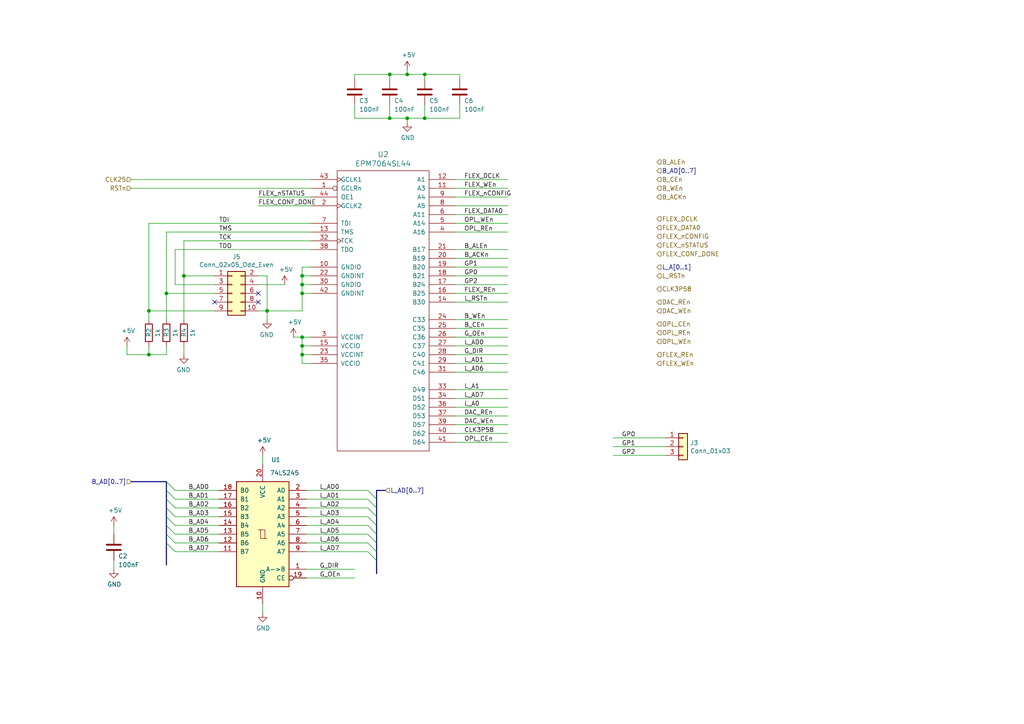
<source format=kicad_sch>
(kicad_sch (version 20211123) (generator eeschema)
  (paper "A4")
  (title_block (title "https://github.com/Lougous/b68k-av"))
  (lib_symbols
    (symbol "74xx:74LS245" (pin_names (offset 1.016))
      (property "Reference" "U" (at -7.62 16.51 0))
      (property "Value" "74LS245" (at -7.62 -16.51 0))
      (symbol "74LS245_1_0"
        (polyline (pts (xy -0.635 -1.27) (xy -0.635 1.27) (xy 0.635 1.27)))
        (polyline (pts (xy -1.27 -1.27) (xy 0.635 -1.27) (xy 0.635 1.27) (xy 1.27 1.27)))
        (pin input line (at -12.7 -10.16 0) (length 5.08) (name "A->B") (number "1"))
        (pin power_in line (at 0 -20.32 90) (length 5.08) (name "GND") (number "10"))
        (pin tri_state line (at 12.7 -5.08 180) (length 5.08) (name "B7") (number "11"))
        (pin tri_state line (at 12.7 -2.54 180) (length 5.08) (name "B6") (number "12"))
        (pin tri_state line (at 12.7 0 180) (length 5.08) (name "B5") (number "13"))
        (pin tri_state line (at 12.7 2.54 180) (length 5.08) (name "B4") (number "14"))
        (pin tri_state line (at 12.7 5.08 180) (length 5.08) (name "B3") (number "15"))
        (pin tri_state line (at 12.7 7.62 180) (length 5.08) (name "B2") (number "16"))
        (pin tri_state line (at 12.7 10.16 180) (length 5.08) (name "B1") (number "17"))
        (pin tri_state line (at 12.7 12.7 180) (length 5.08) (name "B0") (number "18"))
        (pin input inverted (at -12.7 -12.7 0) (length 5.08) (name "CE") (number "19"))
        (pin tri_state line (at -12.7 12.7 0) (length 5.08) (name "A0") (number "2"))
        (pin power_in line (at 0 20.32 270) (length 5.08) (name "VCC") (number "20"))
        (pin tri_state line (at -12.7 10.16 0) (length 5.08) (name "A1") (number "3"))
        (pin tri_state line (at -12.7 7.62 0) (length 5.08) (name "A2") (number "4"))
        (pin tri_state line (at -12.7 5.08 0) (length 5.08) (name "A3") (number "5"))
        (pin tri_state line (at -12.7 2.54 0) (length 5.08) (name "A4") (number "6"))
        (pin tri_state line (at -12.7 0 0) (length 5.08) (name "A5") (number "7"))
        (pin tri_state line (at -12.7 -2.54 0) (length 5.08) (name "A6") (number "8"))
        (pin tri_state line (at -12.7 -5.08 0) (length 5.08) (name "A7") (number "9"))
      )
      (symbol "74LS245_1_1"
        (rectangle (start -7.62 15.24) (end 7.62 -15.24) (stroke (width 0.254)) (fill (type background)))
      )
    )
    (symbol "Connector_Generic:Conn_01x03" (pin_names (offset 1.016) hide)
      (property "Reference" "J" (at 0 5.08 0))
      (property "Value" "Conn_01x03" (at 0 -5.08 0))
      (symbol "Conn_01x03_1_1"
        (rectangle (start -1.27 -2.413) (end 0 -2.667) (stroke (width 0.1524)))
        (rectangle (start -1.27 0.127) (end 0 -0.127) (stroke (width 0.1524)))
        (rectangle (start -1.27 2.667) (end 0 2.413) (stroke (width 0.1524)))
        (rectangle (start -1.27 3.81) (end 1.27 -3.81) (stroke (width 0.254)) (fill (type background)))
        (pin passive line (at -5.08 2.54 0) (length 3.81) (name "Pin_1") (number "1"))
        (pin passive line (at -5.08 0 0) (length 3.81) (name "Pin_2") (number "2"))
        (pin passive line (at -5.08 -2.54 0) (length 3.81) (name "Pin_3") (number "3"))
      )
    )
    (symbol "Connector_Generic:Conn_02x05_Odd_Even" (pin_names (offset 1.016) hide)
      (property "Reference" "J" (at 1.27 7.62 0))
      (property "Value" "Conn_02x05_Odd_Even" (at 1.27 -7.62 0))
      (symbol "Conn_02x05_Odd_Even_1_1"
        (rectangle (start -1.27 -4.953) (end 0 -5.207) (stroke (width 0.1524)))
        (rectangle (start -1.27 -2.413) (end 0 -2.667) (stroke (width 0.1524)))
        (rectangle (start -1.27 0.127) (end 0 -0.127) (stroke (width 0.1524)))
        (rectangle (start -1.27 2.667) (end 0 2.413) (stroke (width 0.1524)))
        (rectangle (start -1.27 5.207) (end 0 4.953) (stroke (width 0.1524)))
        (rectangle (start -1.27 6.35) (end 3.81 -6.35) (stroke (width 0.254)) (fill (type background)))
        (rectangle (start 3.81 -4.953) (end 2.54 -5.207) (stroke (width 0.1524)))
        (rectangle (start 3.81 -2.413) (end 2.54 -2.667) (stroke (width 0.1524)))
        (rectangle (start 3.81 0.127) (end 2.54 -0.127) (stroke (width 0.1524)))
        (rectangle (start 3.81 2.667) (end 2.54 2.413) (stroke (width 0.1524)))
        (rectangle (start 3.81 5.207) (end 2.54 4.953) (stroke (width 0.1524)))
        (pin passive line (at -5.08 5.08 0) (length 3.81) (name "Pin_1") (number "1"))
        (pin passive line (at 7.62 -5.08 180) (length 3.81) (name "Pin_10") (number "10"))
        (pin passive line (at 7.62 5.08 180) (length 3.81) (name "Pin_2") (number "2"))
        (pin passive line (at -5.08 2.54 0) (length 3.81) (name "Pin_3") (number "3"))
        (pin passive line (at 7.62 2.54 180) (length 3.81) (name "Pin_4") (number "4"))
        (pin passive line (at -5.08 0 0) (length 3.81) (name "Pin_5") (number "5"))
        (pin passive line (at 7.62 0 180) (length 3.81) (name "Pin_6") (number "6"))
        (pin passive line (at -5.08 -2.54 0) (length 3.81) (name "Pin_7") (number "7"))
        (pin passive line (at 7.62 -2.54 180) (length 3.81) (name "Pin_8") (number "8"))
        (pin passive line (at -5.08 -5.08 0) (length 3.81) (name "Pin_9") (number "9"))
      )
    )
    (symbol "Device:C" (pin_numbers hide) (pin_names (offset 0.254))
      (property "Reference" "C" (at 0.635 2.54 0))
      (property "Value" "C" (at 0.635 -2.54 0))
      (symbol "C_0_1"
        (polyline (pts (xy -2.032 -0.762) (xy 2.032 -0.762)) (stroke (width 0.508)))
        (polyline (pts (xy -2.032 0.762) (xy 2.032 0.762)) (stroke (width 0.508)))
      )
      (symbol "C_1_1"
        (pin passive line (at 0 3.81 270) (length 2.794) (name "~") (number "1"))
        (pin passive line (at 0 -3.81 90) (length 2.794) (name "~") (number "2"))
      )
    )
    (symbol "Device:R" (pin_numbers hide) (pin_names (offset 0))
      (property "Reference" "R" (at 2.032 0 90))
      (property "Value" "R" (at 0 0 90))
      (symbol "R_0_1"
        (rectangle (start -1.016 -2.54) (end 1.016 2.54) (stroke (width 0.254)))
      )
      (symbol "R_1_1"
        (pin passive line (at 0 3.81 270) (length 1.27) (name "~") (number "1"))
        (pin passive line (at 0 -3.81 90) (length 1.27) (name "~") (number "2"))
      )
    )
    (symbol "av-rescue:EPM7064SL44-altera_max" (pin_names (offset 1.016))
      (property "Reference" "U" (at -7.62 2.54 0))
      (property "Value" "EPM7064SL44-altera_max" (at -1.27 5.08 0))
      (symbol "EPM7064SL44-altera_max_0_1"
        (rectangle (start -13.97 0) (end 12.7 -81.28))
      )
      (symbol "EPM7064SL44-altera_max_1_1"
        (pin input inverted (at -21.59 -5.08 0) (length 7.62) (name "GCLRn") (number "1"))
        (pin power_in line (at -21.59 -27.94 0) (length 7.62) (name "GNDIO") (number "10"))
        (pin bidirectional line (at 20.32 -5.08 180) (length 7.62) (name "A3") (number "11"))
        (pin bidirectional line (at 20.32 -2.54 180) (length 7.62) (name "A1") (number "12"))
        (pin input line (at -21.59 -17.78 0) (length 7.62) (name "TMS") (number "13"))
        (pin bidirectional line (at 20.32 -38.1 180) (length 7.62) (name "B30") (number "14"))
        (pin power_in line (at -21.59 -50.8 0) (length 7.62) (name "VCCIO") (number "15"))
        (pin bidirectional line (at 20.32 -35.56 180) (length 7.62) (name "B25") (number "16"))
        (pin bidirectional line (at 20.32 -33.02 180) (length 7.62) (name "B24") (number "17"))
        (pin bidirectional line (at 20.32 -30.48 180) (length 7.62) (name "B21") (number "18"))
        (pin bidirectional line (at 20.32 -27.94 180) (length 7.62) (name "B20") (number "19"))
        (pin input clock (at -21.59 -10.16 0) (length 7.62) (name "GCLK2") (number "2"))
        (pin bidirectional line (at 20.32 -25.4 180) (length 7.62) (name "B19") (number "20"))
        (pin bidirectional line (at 20.32 -22.86 180) (length 7.62) (name "B17") (number "21"))
        (pin power_in line (at -21.59 -30.48 0) (length 7.62) (name "GNDINT") (number "22"))
        (pin power_in line (at -21.59 -53.34 0) (length 7.62) (name "VCCINT") (number "23"))
        (pin bidirectional line (at 20.32 -43.18 180) (length 7.62) (name "C33") (number "24"))
        (pin bidirectional line (at 20.32 -45.72 180) (length 7.62) (name "C35") (number "25"))
        (pin bidirectional line (at 20.32 -48.26 180) (length 7.62) (name "C36") (number "26"))
        (pin bidirectional line (at 20.32 -50.8 180) (length 7.62) (name "C37") (number "27"))
        (pin bidirectional line (at 20.32 -53.34 180) (length 7.62) (name "C40") (number "28"))
        (pin bidirectional line (at 20.32 -55.88 180) (length 7.62) (name "C41") (number "29"))
        (pin power_in line (at -21.59 -48.26 0) (length 7.62) (name "VCCINT") (number "3"))
        (pin power_in line (at -21.59 -33.02 0) (length 7.62) (name "GNDIO") (number "30"))
        (pin bidirectional line (at 20.32 -58.42 180) (length 7.62) (name "C46") (number "31"))
        (pin input clock (at -21.59 -20.32 0) (length 7.62) (name "TCK") (number "32"))
        (pin bidirectional line (at 20.32 -63.5 180) (length 7.62) (name "D49") (number "33"))
        (pin bidirectional line (at 20.32 -66.04 180) (length 7.62) (name "D51") (number "34"))
        (pin power_in line (at -21.59 -55.88 0) (length 7.62) (name "VCCIO") (number "35"))
        (pin power_in line (at 20.32 -68.58 180) (length 7.62) (name "D52") (number "36"))
        (pin bidirectional line (at 20.32 -71.12 180) (length 7.62) (name "D53") (number "37"))
        (pin output line (at -21.59 -22.86 0) (length 7.62) (name "TDO") (number "38"))
        (pin bidirectional line (at 20.32 -73.66 180) (length 7.62) (name "D57") (number "39"))
        (pin bidirectional line (at 20.32 -17.78 180) (length 7.62) (name "A16") (number "4"))
        (pin bidirectional line (at 20.32 -76.2 180) (length 7.62) (name "D62") (number "40"))
        (pin bidirectional line (at 20.32 -78.74 180) (length 7.62) (name "D64") (number "41"))
        (pin power_in line (at -21.59 -35.56 0) (length 7.62) (name "GNDINT") (number "42"))
        (pin input clock (at -21.59 -2.54 0) (length 7.62) (name "GCLK1") (number "43"))
        (pin input line (at -21.59 -7.62 0) (length 7.62) (name "OE1") (number "44"))
        (pin bidirectional line (at 20.32 -15.24 180) (length 7.62) (name "A14") (number "5"))
        (pin bidirectional line (at 20.32 -12.7 180) (length 7.62) (name "A11") (number "6"))
        (pin input line (at -21.59 -15.24 0) (length 7.62) (name "TDI") (number "7"))
        (pin bidirectional line (at 20.32 -10.16 180) (length 7.62) (name "A5") (number "8"))
        (pin bidirectional line (at 20.32 -7.62 180) (length 7.62) (name "A4") (number "9"))
      )
    )
    (symbol "power:+5V" (power) (pin_names (offset 0))
      (property "Value" "+5V" (at 0 3.556 0))
      (symbol "+5V_0_1"
        (polyline (pts (xy -0.762 1.27) (xy 0 2.54)))
        (polyline (pts (xy 0 0) (xy 0 2.54)))
        (polyline (pts (xy 0 2.54) (xy 0.762 1.27)))
      )
      (symbol "+5V_1_1"
        (pin power_in line (at 0 0 90) (length 0) hide (name "+5V") (number "1"))
      )
    )
    (symbol "power:GND" (power) (pin_names (offset 0))
      (property "Value" "GND" (at 0 -3.81 0))
      (symbol "GND_0_1"
        (polyline (pts (xy 0 0) (xy 0 -1.27) (xy 1.27 -1.27) (xy 0 -2.54) (xy -1.27 -1.27) (xy 0 -1.27)))
      )
      (symbol "GND_1_1"
        (pin power_in line (at 0 0 270) (length 0) hide (name "GND") (number "1"))
      )
    )
  )
  (junction (at 113.03 34.29))
  (junction (at 118.11 34.29))
  (junction (at 123.19 21.59))
  (junction (at 77.47 90.17))
  (junction (at 43.18 102.87))
  (junction (at 53.34 80.01))
  (junction (at 87.63 97.79))
  (junction (at 87.63 80.01))
  (junction (at 43.18 90.17))
  (junction (at 87.63 82.55))
  (junction (at 87.63 100.33))
  (junction (at 123.19 34.29))
  (junction (at 48.26 85.09))
  (junction (at 87.63 85.09))
  (junction (at 118.11 21.59))
  (junction (at 87.63 102.87))
  (junction (at 113.03 21.59))
  (no_connect (at 74.93 87.63))
  (no_connect (at 74.93 85.09))
  (no_connect (at 62.23 87.63))
  (bus_entry (at 106.68 154.94) (size 2.54 2.54))
  (bus_entry (at 48.26 142.24) (size 2.54 2.54))
  (bus_entry (at 106.68 160.02) (size 2.54 2.54))
  (bus_entry (at 106.68 142.24) (size 2.54 2.54))
  (bus_entry (at 106.68 149.86) (size 2.54 2.54))
  (bus_entry (at 48.26 144.78) (size 2.54 2.54))
  (bus_entry (at 106.68 157.48) (size 2.54 2.54))
  (bus_entry (at 106.68 147.32) (size 2.54 2.54))
  (bus_entry (at 48.26 154.94) (size 2.54 2.54))
  (bus_entry (at 48.26 139.7) (size 2.54 2.54))
  (bus_entry (at 106.68 152.4) (size 2.54 2.54))
  (bus_entry (at 48.26 147.32) (size 2.54 2.54))
  (bus_entry (at 48.26 149.86) (size 2.54 2.54))
  (bus_entry (at 48.26 152.4) (size 2.54 2.54))
  (bus_entry (at 106.68 144.78) (size 2.54 2.54))
  (bus_entry (at 48.26 157.48) (size 2.54 2.54))
  (wire (pts (xy 50.8 147.32) (xy 63.5 147.32)))
  (wire (pts (xy 43.18 90.17) (xy 62.23 90.17)))
  (wire (pts (xy 50.8 154.94) (xy 63.5 154.94)))
  (bus (pts (xy 109.22 160.02) (xy 109.22 162.56)))
  (wire (pts (xy 193.04 132.08) (xy 177.8 132.08)))
  (wire (pts (xy 147.32 74.93) (xy 132.08 74.93)))
  (wire (pts (xy 53.34 92.71) (xy 53.34 80.01)))
  (wire (pts (xy 87.63 77.47) (xy 90.17 77.47)))
  (wire (pts (xy 147.32 64.77) (xy 132.08 64.77)))
  (wire (pts (xy 132.08 107.95) (xy 147.32 107.95)))
  (wire (pts (xy 50.8 152.4) (xy 63.5 152.4)))
  (bus (pts (xy 48.26 142.24) (xy 48.26 144.78)))
  (wire (pts (xy 50.8 160.02) (xy 63.5 160.02)))
  (wire (pts (xy 87.63 82.55) (xy 87.63 85.09)))
  (wire (pts (xy 147.32 57.15) (xy 132.08 57.15)))
  (wire (pts (xy 88.9 160.02) (xy 106.68 160.02)))
  (wire (pts (xy 48.26 102.87) (xy 43.18 102.87)))
  (wire (pts (xy 123.19 21.59) (xy 123.19 22.86)))
  (bus (pts (xy 109.22 147.32) (xy 109.22 149.86)))
  (wire (pts (xy 90.17 100.33) (xy 87.63 100.33)))
  (bus (pts (xy 48.26 147.32) (xy 48.26 149.86)))
  (wire (pts (xy 43.18 64.77) (xy 90.17 64.77)))
  (wire (pts (xy 50.8 82.55) (xy 50.8 72.39)))
  (wire (pts (xy 113.03 21.59) (xy 118.11 21.59)))
  (wire (pts (xy 77.47 90.17) (xy 74.93 90.17)))
  (wire (pts (xy 113.03 34.29) (xy 118.11 34.29)))
  (wire (pts (xy 123.19 34.29) (xy 123.19 30.48)))
  (wire (pts (xy 87.63 105.41) (xy 90.17 105.41)))
  (wire (pts (xy 87.63 100.33) (xy 87.63 102.87)))
  (wire (pts (xy 48.26 67.31) (xy 90.17 67.31)))
  (wire (pts (xy 87.63 82.55) (xy 87.63 80.01)))
  (wire (pts (xy 193.04 129.54) (xy 177.8 129.54)))
  (wire (pts (xy 147.32 105.41) (xy 132.08 105.41)))
  (wire (pts (xy 147.32 92.71) (xy 132.08 92.71)))
  (wire (pts (xy 50.8 149.86) (xy 63.5 149.86)))
  (wire (pts (xy 77.47 80.01) (xy 74.93 80.01)))
  (wire (pts (xy 87.63 82.55) (xy 90.17 82.55)))
  (bus (pts (xy 48.26 154.94) (xy 48.26 157.48)))
  (wire (pts (xy 53.34 80.01) (xy 53.34 69.85)))
  (wire (pts (xy 147.32 85.09) (xy 132.08 85.09)))
  (wire (pts (xy 147.32 123.19) (xy 132.08 123.19)))
  (wire (pts (xy 87.63 80.01) (xy 87.63 77.47)))
  (wire (pts (xy 147.32 125.73) (xy 132.08 125.73)))
  (wire (pts (xy 38.1 54.61) (xy 90.17 54.61)))
  (wire (pts (xy 147.32 113.03) (xy 132.08 113.03)))
  (wire (pts (xy 33.02 165.1) (xy 33.02 162.56)))
  (wire (pts (xy 53.34 69.85) (xy 90.17 69.85)))
  (wire (pts (xy 87.63 97.79) (xy 87.63 100.33)))
  (wire (pts (xy 87.63 80.01) (xy 90.17 80.01)))
  (wire (pts (xy 102.87 165.1) (xy 88.9 165.1)))
  (wire (pts (xy 118.11 34.29) (xy 118.11 35.56)))
  (wire (pts (xy 193.04 127) (xy 177.8 127)))
  (wire (pts (xy 113.03 34.29) (xy 113.03 30.48)))
  (wire (pts (xy 76.2 132.08) (xy 76.2 134.62)))
  (wire (pts (xy 53.34 102.87) (xy 53.34 100.33)))
  (bus (pts (xy 109.22 144.78) (xy 109.22 147.32)))
  (wire (pts (xy 77.47 92.71) (xy 77.47 90.17)))
  (wire (pts (xy 48.26 85.09) (xy 48.26 92.71)))
  (bus (pts (xy 48.26 149.86) (xy 48.26 152.4)))
  (wire (pts (xy 90.17 102.87) (xy 87.63 102.87)))
  (wire (pts (xy 74.93 59.69) (xy 90.17 59.69)))
  (wire (pts (xy 48.26 85.09) (xy 48.26 67.31)))
  (wire (pts (xy 123.19 34.29) (xy 133.35 34.29)))
  (wire (pts (xy 102.87 34.29) (xy 113.03 34.29)))
  (wire (pts (xy 76.2 175.26) (xy 76.2 177.8)))
  (wire (pts (xy 147.32 72.39) (xy 132.08 72.39)))
  (wire (pts (xy 77.47 90.17) (xy 77.47 80.01)))
  (bus (pts (xy 48.26 144.78) (xy 48.26 147.32)))
  (wire (pts (xy 90.17 97.79) (xy 87.63 97.79)))
  (wire (pts (xy 118.11 21.59) (xy 118.11 20.32)))
  (wire (pts (xy 102.87 167.64) (xy 88.9 167.64)))
  (wire (pts (xy 88.9 147.32) (xy 106.68 147.32)))
  (wire (pts (xy 147.32 52.07) (xy 132.08 52.07)))
  (wire (pts (xy 50.8 157.48) (xy 63.5 157.48)))
  (bus (pts (xy 48.26 139.7) (xy 38.1 139.7)))
  (wire (pts (xy 88.9 154.94) (xy 106.68 154.94)))
  (wire (pts (xy 50.8 142.24) (xy 63.5 142.24)))
  (wire (pts (xy 133.35 34.29) (xy 133.35 30.48)))
  (wire (pts (xy 132.08 115.57) (xy 147.32 115.57)))
  (wire (pts (xy 88.9 144.78) (xy 106.68 144.78)))
  (wire (pts (xy 118.11 21.59) (xy 123.19 21.59)))
  (wire (pts (xy 62.23 85.09) (xy 48.26 85.09)))
  (wire (pts (xy 147.32 54.61) (xy 132.08 54.61)))
  (wire (pts (xy 147.32 95.25) (xy 132.08 95.25)))
  (wire (pts (xy 43.18 92.71) (xy 43.18 90.17)))
  (wire (pts (xy 88.9 142.24) (xy 106.68 142.24)))
  (bus (pts (xy 109.22 142.24) (xy 109.22 144.78)))
  (wire (pts (xy 82.55 82.55) (xy 74.93 82.55)))
  (bus (pts (xy 48.26 139.7) (xy 48.26 142.24)))
  (wire (pts (xy 147.32 77.47) (xy 132.08 77.47)))
  (wire (pts (xy 48.26 100.33) (xy 48.26 102.87)))
  (wire (pts (xy 147.32 62.23) (xy 132.08 62.23)))
  (wire (pts (xy 38.1 52.07) (xy 90.17 52.07)))
  (wire (pts (xy 147.32 102.87) (xy 132.08 102.87)))
  (wire (pts (xy 77.47 90.17) (xy 87.63 90.17)))
  (wire (pts (xy 53.34 80.01) (xy 62.23 80.01)))
  (wire (pts (xy 147.32 120.65) (xy 132.08 120.65)))
  (bus (pts (xy 111.76 142.24) (xy 109.22 142.24)))
  (bus (pts (xy 48.26 157.48) (xy 48.26 163.83)))
  (wire (pts (xy 85.09 97.79) (xy 87.63 97.79)))
  (wire (pts (xy 147.32 87.63) (xy 132.08 87.63)))
  (wire (pts (xy 147.32 82.55) (xy 132.08 82.55)))
  (wire (pts (xy 87.63 85.09) (xy 87.63 90.17)))
  (wire (pts (xy 43.18 90.17) (xy 43.18 64.77)))
  (wire (pts (xy 102.87 21.59) (xy 113.03 21.59)))
  (wire (pts (xy 88.9 152.4) (xy 106.68 152.4)))
  (wire (pts (xy 43.18 100.33) (xy 43.18 102.87)))
  (wire (pts (xy 88.9 149.86) (xy 106.68 149.86)))
  (wire (pts (xy 90.17 72.39) (xy 50.8 72.39)))
  (wire (pts (xy 123.19 21.59) (xy 133.35 21.59)))
  (bus (pts (xy 109.22 157.48) (xy 109.22 160.02)))
  (bus (pts (xy 109.22 154.94) (xy 109.22 157.48)))
  (wire (pts (xy 147.32 118.11) (xy 132.08 118.11)))
  (wire (pts (xy 74.93 57.15) (xy 90.17 57.15)))
  (wire (pts (xy 43.18 102.87) (xy 36.83 102.87)))
  (wire (pts (xy 102.87 30.48) (xy 102.87 34.29)))
  (wire (pts (xy 147.32 128.27) (xy 132.08 128.27)))
  (wire (pts (xy 113.03 21.59) (xy 113.03 22.86)))
  (wire (pts (xy 90.17 85.09) (xy 87.63 85.09)))
  (bus (pts (xy 109.22 149.86) (xy 109.22 152.4)))
  (bus (pts (xy 48.26 152.4) (xy 48.26 154.94)))
  (wire (pts (xy 102.87 22.86) (xy 102.87 21.59)))
  (wire (pts (xy 133.35 21.59) (xy 133.35 22.86)))
  (wire (pts (xy 36.83 102.87) (xy 36.83 100.33)))
  (wire (pts (xy 50.8 82.55) (xy 62.23 82.55)))
  (wire (pts (xy 33.02 152.4) (xy 33.02 154.94)))
  (bus (pts (xy 109.22 162.56) (xy 109.22 166.37)))
  (wire (pts (xy 118.11 34.29) (xy 123.19 34.29)))
  (wire (pts (xy 50.8 144.78) (xy 63.5 144.78)))
  (wire (pts (xy 147.32 80.01) (xy 132.08 80.01)))
  (wire (pts (xy 147.32 100.33) (xy 132.08 100.33)))
  (wire (pts (xy 147.32 59.69) (xy 132.08 59.69)))
  (wire (pts (xy 87.63 102.87) (xy 87.63 105.41)))
  (bus (pts (xy 109.22 152.4) (xy 109.22 154.94)))
  (wire (pts (xy 147.32 67.31) (xy 132.08 67.31)))
  (wire (pts (xy 132.08 97.79) (xy 147.32 97.79)))
  (wire (pts (xy 88.9 157.48) (xy 106.68 157.48)))
  (label "B_AD1" (at 54.61 144.78 0))
  (label "B_AD4" (at 54.61 152.4 0))
  (label "L_AD6" (at 134.62 107.95 0))
  (label "FLEX_DCLK" (at 134.62 52.07 0))
  (label "B_AD7" (at 54.61 160.02 0))
  (label "L_AD4" (at 92.71 152.4 0))
  (label "DAC_WEn" (at 134.62 123.19 0))
  (label "FLEX_REn" (at 134.62 85.09 0))
  (label "GP1" (at 134.62 77.47 0))
  (label "B_AD6" (at 54.61 157.48 0))
  (label "GP1" (at 180.34 129.54 0))
  (label "CLK3P58" (at 134.62 125.73 0))
  (label "OPL_WEn" (at 134.62 64.77 0))
  (label "L_AD6" (at 92.71 157.48 0))
  (label "L_AD1" (at 134.62 105.41 0))
  (label "DAC_REn" (at 134.62 120.65 0))
  (label "G_OEn" (at 92.71 167.64 0))
  (label "TDO" (at 63.5 72.39 0))
  (label "L_AD5" (at 92.71 154.94 0))
  (label "B_WEn" (at 134.62 92.71 0))
  (label "FLEX_nCONFIG" (at 134.62 57.15 0))
  (label "GP0" (at 134.62 80.01 0))
  (label "FLEX_nSTATUS" (at 74.93 57.15 0))
  (label "L_AD1" (at 92.71 144.78 0))
  (label "GP0" (at 180.34 127 0))
  (label "G_OEn" (at 134.62 97.79 0))
  (label "B_AD2" (at 54.61 147.32 0))
  (label "G_DIR" (at 92.71 165.1 0))
  (label "L_AD0" (at 134.62 100.33 0))
  (label "G_DIR" (at 134.62 102.87 0))
  (label "FLEX_WEn" (at 134.62 54.61 0))
  (label "TMS" (at 63.5 67.31 0))
  (label "B_AD3" (at 54.61 149.86 0))
  (label "B_CEn" (at 134.62 95.25 0))
  (label "TDI" (at 63.5 64.77 0))
  (label "L_AD7" (at 134.62 115.57 0))
  (label "B_ACKn" (at 134.62 74.93 0))
  (label "OPL_CEn" (at 134.62 128.27 0))
  (label "B_AD0" (at 54.61 142.24 0))
  (label "TCK" (at 63.5 69.85 0))
  (label "B_AD5" (at 54.61 154.94 0))
  (label "OPL_REn" (at 134.62 67.31 0))
  (label "L_AD2" (at 92.71 147.32 0))
  (label "GP2" (at 134.62 82.55 0))
  (label "L_AD7" (at 92.71 160.02 0))
  (label "L_A0" (at 134.62 118.11 0))
  (label "B_ALEn" (at 134.62 72.39 0))
  (label "L_AD3" (at 92.71 149.86 0))
  (label "L_A1" (at 134.62 113.03 0))
  (label "GP2" (at 180.34 132.08 0))
  (label "L_AD0" (at 92.71 142.24 0))
  (label "FLEX_DATA0" (at 134.62 62.23 0))
  (label "FLEX_CONF_DONE" (at 74.93 59.69 0))
  (label "L_RSTn" (at 134.62 87.63 0))
  (hierarchical_label "FLEX_nCONFIG" (shape input) (at 190.5 68.58 0))
  (hierarchical_label "FLEX_DCLK" (shape input) (at 190.5 63.5 0))
  (hierarchical_label "CLK3P58" (shape input) (at 190.5 83.82 0))
  (hierarchical_label "OPL_REn" (shape input) (at 190.5 96.52 0))
  (hierarchical_label "L_AD[0..7]" (shape input) (at 111.76 142.24 0))
  (hierarchical_label "L_RSTn" (shape input) (at 190.5 80.01 0))
  (hierarchical_label "B_CEn" (shape input) (at 190.5 52.07 0))
  (hierarchical_label "L_A[0..1]" (shape input) (at 190.5 77.47 0))
  (hierarchical_label "RSTn" (shape input) (at 38.1 54.61 180))
  (hierarchical_label "B_AD[0..7]" (shape input) (at 190.5 49.53 0))
  (hierarchical_label "DAC_WEn" (shape input) (at 190.5 90.17 0))
  (hierarchical_label "OPL_WEn" (shape input) (at 190.5 99.06 0))
  (hierarchical_label "FLEX_DATA0" (shape input) (at 190.5 66.04 0))
  (hierarchical_label "FLEX_CONF_DONE" (shape input) (at 190.5 73.66 0))
  (hierarchical_label "FLEX_nSTATUS" (shape input) (at 190.5 71.12 0))
  (hierarchical_label "B_WEn" (shape input) (at 190.5 54.61 0))
  (hierarchical_label "CLK25" (shape input) (at 38.1 52.07 180))
  (hierarchical_label "FLEX_REn" (shape input) (at 190.5 102.87 0))
  (hierarchical_label "DAC_REn" (shape input) (at 190.5 87.63 0))
  (hierarchical_label "FLEX_WEn" (shape input) (at 190.5 105.41 0))
  (hierarchical_label "B_AD[0..7]" (shape input) (at 38.1 139.7 180))
  (hierarchical_label "B_ACKn" (shape input) (at 190.5 57.15 0))
  (hierarchical_label "OPL_CEn" (shape input) (at 190.5 93.98 0))
  (hierarchical_label "B_ALEn" (shape input) (at 190.5 46.99 0))
  (symbol (lib_id "74xx:74LS245") (at 76.2 154.94 0) (mirror y) (unit 1)
    (property "Reference" "U1" (at 80.01 133.35 0))
    (property "Value" "74LS245" (at 82.55 137.16 0))
    (property "Footprint" "Package_DIP:DIP-20_W7.62mm_Socket" (effects hide))
    (property "Datasheet" "http://www.ti.com/lit/gpn/sn74LS245" (effects hide))
  )
  (symbol (lib_id "power:GND") (at 76.2 177.8 0) (unit 1)
    (property "Reference" "#PWR0112" (effects hide))
    (property "Value" "GND" (at 76.327 182.1942 0))
  )
  (symbol (lib_id "power:+5V") (at 76.2 132.08 0) (unit 1)
    (property "Reference" "#PWR0113" (effects hide))
    (property "Value" "+5V" (at 76.581 127.6858 0))
  )
  (symbol (lib_id "Device:C") (at 33.02 158.75 0) (unit 1)
    (property "Reference" "C2" (at 34.29 161.29 0) (effects (justify left)))
    (property "Value" "100nF" (at 34.29 163.83 0) (effects (justify left)))
    (property "Footprint" "Capacitor_THT:C_Disc_D4.3mm_W1.9mm_P5.00mm" (effects hide))
  )
  (symbol (lib_id "power:+5V") (at 33.02 152.4 0) (unit 1)
    (property "Reference" "#PWR0114" (effects hide))
    (property "Value" "+5V" (at 33.401 148.0058 0))
  )
  (symbol (lib_id "power:GND") (at 33.02 165.1 0) (unit 1)
    (property "Reference" "#PWR0115" (effects hide))
    (property "Value" "GND" (at 33.147 169.4942 0))
  )
  (symbol (lib_id "Device:C") (at 102.87 26.67 0) (unit 1)
    (property "Reference" "C3" (at 104.14 29.21 0) (effects (justify left)))
    (property "Value" "100nF" (at 104.14 31.75 0) (effects (justify left)))
    (property "Footprint" "Capacitor_THT:C_Disc_D4.3mm_W1.9mm_P5.00mm" (effects hide))
  )
  (symbol (lib_id "av-rescue:EPM7064SL44-altera_max") (at 111.76 49.53 0) (unit 1)
    (property "Reference" "U2" (at 111.125 44.7802 0) (effects (font (size 1.524 1.524))))
    (property "Value" "EPM7064SL44" (at 111.125 47.4726 0) (effects (font (size 1.524 1.524))))
    (property "Footprint" "Package_LCC:PLCC-44_THT-Socket" (effects hide))
  )
  (symbol (lib_id "Device:C") (at 113.03 26.67 0) (unit 1)
    (property "Reference" "C4" (at 114.3 29.21 0) (effects (justify left)))
    (property "Value" "100nF" (at 114.3 31.75 0) (effects (justify left)))
    (property "Footprint" "Capacitor_THT:C_Disc_D4.3mm_W1.9mm_P5.00mm" (effects hide))
  )
  (symbol (lib_id "Device:C") (at 123.19 26.67 0) (unit 1)
    (property "Reference" "C5" (at 124.46 29.21 0) (effects (justify left)))
    (property "Value" "100nF" (at 124.46 31.75 0) (effects (justify left)))
    (property "Footprint" "Capacitor_THT:C_Disc_D4.3mm_W1.9mm_P5.00mm" (effects hide))
  )
  (symbol (lib_id "Device:C") (at 133.35 26.67 0) (unit 1)
    (property "Reference" "C6" (at 134.62 29.21 0) (effects (justify left)))
    (property "Value" "100nF" (at 134.62 31.75 0) (effects (justify left)))
    (property "Footprint" "Capacitor_THT:C_Disc_D4.3mm_W1.9mm_P5.00mm" (effects hide))
  )
  (symbol (lib_id "power:+5V") (at 118.11 20.32 0) (unit 1)
    (property "Reference" "#PWR0116" (effects hide))
    (property "Value" "+5V" (at 118.491 15.9258 0))
  )
  (symbol (lib_id "power:GND") (at 118.11 35.56 0) (unit 1)
    (property "Reference" "#PWR0117" (effects hide))
    (property "Value" "GND" (at 118.237 39.9542 0))
  )
  (symbol (lib_id "Connector_Generic:Conn_02x05_Odd_Even") (at 67.31 85.09 0) (unit 1)
    (property "Reference" "J5" (at 68.58 74.4982 0))
    (property "Value" "Conn_02x05_Odd_Even" (at 68.58 76.8096 0))
    (property "Footprint" "Connector_PinHeader_2.54mm:PinHeader_2x05_P2.54mm_Vertical" (effects hide))
  )
  (symbol (lib_id "power:GND") (at 77.47 92.71 0) (mirror y) (unit 1)
    (property "Reference" "#PWR0118" (effects hide))
    (property "Value" "GND" (at 77.343 97.1042 0))
  )
  (symbol (lib_id "power:+5V") (at 82.55 82.55 0) (unit 1)
    (property "Reference" "#PWR0119" (effects hide))
    (property "Value" "+5V" (at 82.931 78.1558 0))
  )
  (symbol (lib_id "Device:R") (at 53.34 96.52 0) (unit 1)
    (property "Reference" "R4" (at 53.34 97.79 90) (effects (justify left)))
    (property "Value" "1k" (at 55.88 97.79 90) (effects (justify left)))
    (property "Footprint" "Resistor_THT:R_Axial_DIN0204_L3.6mm_D1.6mm_P7.62mm_Horizontal" (effects hide))
  )
  (symbol (lib_id "Device:R") (at 48.26 96.52 0) (unit 1)
    (property "Reference" "R3" (at 48.26 97.79 90) (effects (justify left)))
    (property "Value" "1k" (at 50.8 97.79 90) (effects (justify left)))
    (property "Footprint" "Resistor_THT:R_Axial_DIN0204_L3.6mm_D1.6mm_P7.62mm_Horizontal" (effects hide))
  )
  (symbol (lib_id "Device:R") (at 43.18 96.52 0) (unit 1)
    (property "Reference" "R2" (at 43.18 97.79 90) (effects (justify left)))
    (property "Value" "1k" (at 45.72 97.79 90) (effects (justify left)))
    (property "Footprint" "Resistor_THT:R_Axial_DIN0204_L3.6mm_D1.6mm_P7.62mm_Horizontal" (effects hide))
  )
  (symbol (lib_id "power:GND") (at 53.34 102.87 0) (mirror y) (unit 1)
    (property "Reference" "#PWR0120" (effects hide))
    (property "Value" "GND" (at 53.213 107.2642 0))
  )
  (symbol (lib_id "power:+5V") (at 36.83 100.33 0) (unit 1)
    (property "Reference" "#PWR0121" (effects hide))
    (property "Value" "+5V" (at 37.211 95.9358 0))
  )
  (symbol (lib_id "power:+5V") (at 85.09 97.79 0) (unit 1)
    (property "Reference" "#PWR0122" (effects hide))
    (property "Value" "+5V" (at 85.471 93.3958 0))
  )
  (symbol (lib_id "Connector_Generic:Conn_01x03") (at 198.12 129.54 0) (unit 1)
    (property "Reference" "J3" (at 200.152 128.4732 0) (effects (justify left)))
    (property "Value" "Conn_01x03" (at 200.152 130.7846 0) (effects (justify left)))
    (property "Footprint" "Connector_PinHeader_2.54mm:PinHeader_1x03_P2.54mm_Vertical" (effects hide))
  )
)
</source>
